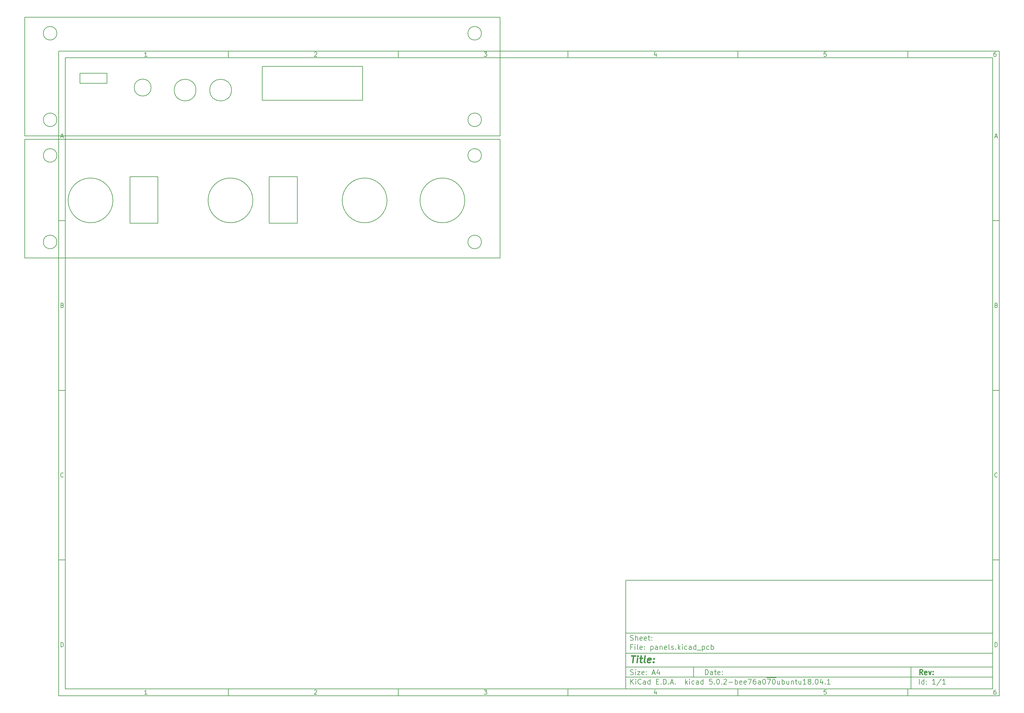
<source format=gm1>
G04 #@! TF.GenerationSoftware,KiCad,Pcbnew,5.0.2-bee76a0~70~ubuntu18.04.1*
G04 #@! TF.CreationDate,2019-02-25T13:42:38+02:00*
G04 #@! TF.ProjectId,panels,70616e65-6c73-42e6-9b69-6361645f7063,rev?*
G04 #@! TF.SameCoordinates,Original*
G04 #@! TF.FileFunction,Profile,NP*
%FSLAX46Y46*%
G04 Gerber Fmt 4.6, Leading zero omitted, Abs format (unit mm)*
G04 Created by KiCad (PCBNEW 5.0.2-bee76a0~70~ubuntu18.04.1) date Mon Feb 25 13:42:38 2019*
%MOMM*%
%LPD*%
G01*
G04 APERTURE LIST*
%ADD10C,0.100000*%
%ADD11C,0.150000*%
%ADD12C,0.300000*%
%ADD13C,0.400000*%
%ADD14C,0.200000*%
G04 APERTURE END LIST*
D10*
D11*
X177002200Y-166007200D02*
X177002200Y-198007200D01*
X285002200Y-198007200D01*
X285002200Y-166007200D01*
X177002200Y-166007200D01*
D10*
D11*
X10000000Y-10000000D02*
X10000000Y-200007200D01*
X287002200Y-200007200D01*
X287002200Y-10000000D01*
X10000000Y-10000000D01*
D10*
D11*
X12000000Y-12000000D02*
X12000000Y-198007200D01*
X285002200Y-198007200D01*
X285002200Y-12000000D01*
X12000000Y-12000000D01*
D10*
D11*
X60000000Y-12000000D02*
X60000000Y-10000000D01*
D10*
D11*
X110000000Y-12000000D02*
X110000000Y-10000000D01*
D10*
D11*
X160000000Y-12000000D02*
X160000000Y-10000000D01*
D10*
D11*
X210000000Y-12000000D02*
X210000000Y-10000000D01*
D10*
D11*
X260000000Y-12000000D02*
X260000000Y-10000000D01*
D10*
D11*
X36065476Y-11588095D02*
X35322619Y-11588095D01*
X35694047Y-11588095D02*
X35694047Y-10288095D01*
X35570238Y-10473809D01*
X35446428Y-10597619D01*
X35322619Y-10659523D01*
D10*
D11*
X85322619Y-10411904D02*
X85384523Y-10350000D01*
X85508333Y-10288095D01*
X85817857Y-10288095D01*
X85941666Y-10350000D01*
X86003571Y-10411904D01*
X86065476Y-10535714D01*
X86065476Y-10659523D01*
X86003571Y-10845238D01*
X85260714Y-11588095D01*
X86065476Y-11588095D01*
D10*
D11*
X135260714Y-10288095D02*
X136065476Y-10288095D01*
X135632142Y-10783333D01*
X135817857Y-10783333D01*
X135941666Y-10845238D01*
X136003571Y-10907142D01*
X136065476Y-11030952D01*
X136065476Y-11340476D01*
X136003571Y-11464285D01*
X135941666Y-11526190D01*
X135817857Y-11588095D01*
X135446428Y-11588095D01*
X135322619Y-11526190D01*
X135260714Y-11464285D01*
D10*
D11*
X185941666Y-10721428D02*
X185941666Y-11588095D01*
X185632142Y-10226190D02*
X185322619Y-11154761D01*
X186127380Y-11154761D01*
D10*
D11*
X236003571Y-10288095D02*
X235384523Y-10288095D01*
X235322619Y-10907142D01*
X235384523Y-10845238D01*
X235508333Y-10783333D01*
X235817857Y-10783333D01*
X235941666Y-10845238D01*
X236003571Y-10907142D01*
X236065476Y-11030952D01*
X236065476Y-11340476D01*
X236003571Y-11464285D01*
X235941666Y-11526190D01*
X235817857Y-11588095D01*
X235508333Y-11588095D01*
X235384523Y-11526190D01*
X235322619Y-11464285D01*
D10*
D11*
X285941666Y-10288095D02*
X285694047Y-10288095D01*
X285570238Y-10350000D01*
X285508333Y-10411904D01*
X285384523Y-10597619D01*
X285322619Y-10845238D01*
X285322619Y-11340476D01*
X285384523Y-11464285D01*
X285446428Y-11526190D01*
X285570238Y-11588095D01*
X285817857Y-11588095D01*
X285941666Y-11526190D01*
X286003571Y-11464285D01*
X286065476Y-11340476D01*
X286065476Y-11030952D01*
X286003571Y-10907142D01*
X285941666Y-10845238D01*
X285817857Y-10783333D01*
X285570238Y-10783333D01*
X285446428Y-10845238D01*
X285384523Y-10907142D01*
X285322619Y-11030952D01*
D10*
D11*
X60000000Y-198007200D02*
X60000000Y-200007200D01*
D10*
D11*
X110000000Y-198007200D02*
X110000000Y-200007200D01*
D10*
D11*
X160000000Y-198007200D02*
X160000000Y-200007200D01*
D10*
D11*
X210000000Y-198007200D02*
X210000000Y-200007200D01*
D10*
D11*
X260000000Y-198007200D02*
X260000000Y-200007200D01*
D10*
D11*
X36065476Y-199595295D02*
X35322619Y-199595295D01*
X35694047Y-199595295D02*
X35694047Y-198295295D01*
X35570238Y-198481009D01*
X35446428Y-198604819D01*
X35322619Y-198666723D01*
D10*
D11*
X85322619Y-198419104D02*
X85384523Y-198357200D01*
X85508333Y-198295295D01*
X85817857Y-198295295D01*
X85941666Y-198357200D01*
X86003571Y-198419104D01*
X86065476Y-198542914D01*
X86065476Y-198666723D01*
X86003571Y-198852438D01*
X85260714Y-199595295D01*
X86065476Y-199595295D01*
D10*
D11*
X135260714Y-198295295D02*
X136065476Y-198295295D01*
X135632142Y-198790533D01*
X135817857Y-198790533D01*
X135941666Y-198852438D01*
X136003571Y-198914342D01*
X136065476Y-199038152D01*
X136065476Y-199347676D01*
X136003571Y-199471485D01*
X135941666Y-199533390D01*
X135817857Y-199595295D01*
X135446428Y-199595295D01*
X135322619Y-199533390D01*
X135260714Y-199471485D01*
D10*
D11*
X185941666Y-198728628D02*
X185941666Y-199595295D01*
X185632142Y-198233390D02*
X185322619Y-199161961D01*
X186127380Y-199161961D01*
D10*
D11*
X236003571Y-198295295D02*
X235384523Y-198295295D01*
X235322619Y-198914342D01*
X235384523Y-198852438D01*
X235508333Y-198790533D01*
X235817857Y-198790533D01*
X235941666Y-198852438D01*
X236003571Y-198914342D01*
X236065476Y-199038152D01*
X236065476Y-199347676D01*
X236003571Y-199471485D01*
X235941666Y-199533390D01*
X235817857Y-199595295D01*
X235508333Y-199595295D01*
X235384523Y-199533390D01*
X235322619Y-199471485D01*
D10*
D11*
X285941666Y-198295295D02*
X285694047Y-198295295D01*
X285570238Y-198357200D01*
X285508333Y-198419104D01*
X285384523Y-198604819D01*
X285322619Y-198852438D01*
X285322619Y-199347676D01*
X285384523Y-199471485D01*
X285446428Y-199533390D01*
X285570238Y-199595295D01*
X285817857Y-199595295D01*
X285941666Y-199533390D01*
X286003571Y-199471485D01*
X286065476Y-199347676D01*
X286065476Y-199038152D01*
X286003571Y-198914342D01*
X285941666Y-198852438D01*
X285817857Y-198790533D01*
X285570238Y-198790533D01*
X285446428Y-198852438D01*
X285384523Y-198914342D01*
X285322619Y-199038152D01*
D10*
D11*
X10000000Y-60000000D02*
X12000000Y-60000000D01*
D10*
D11*
X10000000Y-110000000D02*
X12000000Y-110000000D01*
D10*
D11*
X10000000Y-160000000D02*
X12000000Y-160000000D01*
D10*
D11*
X10690476Y-35216666D02*
X11309523Y-35216666D01*
X10566666Y-35588095D02*
X11000000Y-34288095D01*
X11433333Y-35588095D01*
D10*
D11*
X11092857Y-84907142D02*
X11278571Y-84969047D01*
X11340476Y-85030952D01*
X11402380Y-85154761D01*
X11402380Y-85340476D01*
X11340476Y-85464285D01*
X11278571Y-85526190D01*
X11154761Y-85588095D01*
X10659523Y-85588095D01*
X10659523Y-84288095D01*
X11092857Y-84288095D01*
X11216666Y-84350000D01*
X11278571Y-84411904D01*
X11340476Y-84535714D01*
X11340476Y-84659523D01*
X11278571Y-84783333D01*
X11216666Y-84845238D01*
X11092857Y-84907142D01*
X10659523Y-84907142D01*
D10*
D11*
X11402380Y-135464285D02*
X11340476Y-135526190D01*
X11154761Y-135588095D01*
X11030952Y-135588095D01*
X10845238Y-135526190D01*
X10721428Y-135402380D01*
X10659523Y-135278571D01*
X10597619Y-135030952D01*
X10597619Y-134845238D01*
X10659523Y-134597619D01*
X10721428Y-134473809D01*
X10845238Y-134350000D01*
X11030952Y-134288095D01*
X11154761Y-134288095D01*
X11340476Y-134350000D01*
X11402380Y-134411904D01*
D10*
D11*
X10659523Y-185588095D02*
X10659523Y-184288095D01*
X10969047Y-184288095D01*
X11154761Y-184350000D01*
X11278571Y-184473809D01*
X11340476Y-184597619D01*
X11402380Y-184845238D01*
X11402380Y-185030952D01*
X11340476Y-185278571D01*
X11278571Y-185402380D01*
X11154761Y-185526190D01*
X10969047Y-185588095D01*
X10659523Y-185588095D01*
D10*
D11*
X287002200Y-60000000D02*
X285002200Y-60000000D01*
D10*
D11*
X287002200Y-110000000D02*
X285002200Y-110000000D01*
D10*
D11*
X287002200Y-160000000D02*
X285002200Y-160000000D01*
D10*
D11*
X285692676Y-35216666D02*
X286311723Y-35216666D01*
X285568866Y-35588095D02*
X286002200Y-34288095D01*
X286435533Y-35588095D01*
D10*
D11*
X286095057Y-84907142D02*
X286280771Y-84969047D01*
X286342676Y-85030952D01*
X286404580Y-85154761D01*
X286404580Y-85340476D01*
X286342676Y-85464285D01*
X286280771Y-85526190D01*
X286156961Y-85588095D01*
X285661723Y-85588095D01*
X285661723Y-84288095D01*
X286095057Y-84288095D01*
X286218866Y-84350000D01*
X286280771Y-84411904D01*
X286342676Y-84535714D01*
X286342676Y-84659523D01*
X286280771Y-84783333D01*
X286218866Y-84845238D01*
X286095057Y-84907142D01*
X285661723Y-84907142D01*
D10*
D11*
X286404580Y-135464285D02*
X286342676Y-135526190D01*
X286156961Y-135588095D01*
X286033152Y-135588095D01*
X285847438Y-135526190D01*
X285723628Y-135402380D01*
X285661723Y-135278571D01*
X285599819Y-135030952D01*
X285599819Y-134845238D01*
X285661723Y-134597619D01*
X285723628Y-134473809D01*
X285847438Y-134350000D01*
X286033152Y-134288095D01*
X286156961Y-134288095D01*
X286342676Y-134350000D01*
X286404580Y-134411904D01*
D10*
D11*
X285661723Y-185588095D02*
X285661723Y-184288095D01*
X285971247Y-184288095D01*
X286156961Y-184350000D01*
X286280771Y-184473809D01*
X286342676Y-184597619D01*
X286404580Y-184845238D01*
X286404580Y-185030952D01*
X286342676Y-185278571D01*
X286280771Y-185402380D01*
X286156961Y-185526190D01*
X285971247Y-185588095D01*
X285661723Y-185588095D01*
D10*
D11*
X200434342Y-193785771D02*
X200434342Y-192285771D01*
X200791485Y-192285771D01*
X201005771Y-192357200D01*
X201148628Y-192500057D01*
X201220057Y-192642914D01*
X201291485Y-192928628D01*
X201291485Y-193142914D01*
X201220057Y-193428628D01*
X201148628Y-193571485D01*
X201005771Y-193714342D01*
X200791485Y-193785771D01*
X200434342Y-193785771D01*
X202577200Y-193785771D02*
X202577200Y-193000057D01*
X202505771Y-192857200D01*
X202362914Y-192785771D01*
X202077200Y-192785771D01*
X201934342Y-192857200D01*
X202577200Y-193714342D02*
X202434342Y-193785771D01*
X202077200Y-193785771D01*
X201934342Y-193714342D01*
X201862914Y-193571485D01*
X201862914Y-193428628D01*
X201934342Y-193285771D01*
X202077200Y-193214342D01*
X202434342Y-193214342D01*
X202577200Y-193142914D01*
X203077200Y-192785771D02*
X203648628Y-192785771D01*
X203291485Y-192285771D02*
X203291485Y-193571485D01*
X203362914Y-193714342D01*
X203505771Y-193785771D01*
X203648628Y-193785771D01*
X204720057Y-193714342D02*
X204577200Y-193785771D01*
X204291485Y-193785771D01*
X204148628Y-193714342D01*
X204077200Y-193571485D01*
X204077200Y-193000057D01*
X204148628Y-192857200D01*
X204291485Y-192785771D01*
X204577200Y-192785771D01*
X204720057Y-192857200D01*
X204791485Y-193000057D01*
X204791485Y-193142914D01*
X204077200Y-193285771D01*
X205434342Y-193642914D02*
X205505771Y-193714342D01*
X205434342Y-193785771D01*
X205362914Y-193714342D01*
X205434342Y-193642914D01*
X205434342Y-193785771D01*
X205434342Y-192857200D02*
X205505771Y-192928628D01*
X205434342Y-193000057D01*
X205362914Y-192928628D01*
X205434342Y-192857200D01*
X205434342Y-193000057D01*
D10*
D11*
X177002200Y-194507200D02*
X285002200Y-194507200D01*
D10*
D11*
X178434342Y-196585771D02*
X178434342Y-195085771D01*
X179291485Y-196585771D02*
X178648628Y-195728628D01*
X179291485Y-195085771D02*
X178434342Y-195942914D01*
X179934342Y-196585771D02*
X179934342Y-195585771D01*
X179934342Y-195085771D02*
X179862914Y-195157200D01*
X179934342Y-195228628D01*
X180005771Y-195157200D01*
X179934342Y-195085771D01*
X179934342Y-195228628D01*
X181505771Y-196442914D02*
X181434342Y-196514342D01*
X181220057Y-196585771D01*
X181077200Y-196585771D01*
X180862914Y-196514342D01*
X180720057Y-196371485D01*
X180648628Y-196228628D01*
X180577200Y-195942914D01*
X180577200Y-195728628D01*
X180648628Y-195442914D01*
X180720057Y-195300057D01*
X180862914Y-195157200D01*
X181077200Y-195085771D01*
X181220057Y-195085771D01*
X181434342Y-195157200D01*
X181505771Y-195228628D01*
X182791485Y-196585771D02*
X182791485Y-195800057D01*
X182720057Y-195657200D01*
X182577200Y-195585771D01*
X182291485Y-195585771D01*
X182148628Y-195657200D01*
X182791485Y-196514342D02*
X182648628Y-196585771D01*
X182291485Y-196585771D01*
X182148628Y-196514342D01*
X182077200Y-196371485D01*
X182077200Y-196228628D01*
X182148628Y-196085771D01*
X182291485Y-196014342D01*
X182648628Y-196014342D01*
X182791485Y-195942914D01*
X184148628Y-196585771D02*
X184148628Y-195085771D01*
X184148628Y-196514342D02*
X184005771Y-196585771D01*
X183720057Y-196585771D01*
X183577200Y-196514342D01*
X183505771Y-196442914D01*
X183434342Y-196300057D01*
X183434342Y-195871485D01*
X183505771Y-195728628D01*
X183577200Y-195657200D01*
X183720057Y-195585771D01*
X184005771Y-195585771D01*
X184148628Y-195657200D01*
X186005771Y-195800057D02*
X186505771Y-195800057D01*
X186720057Y-196585771D02*
X186005771Y-196585771D01*
X186005771Y-195085771D01*
X186720057Y-195085771D01*
X187362914Y-196442914D02*
X187434342Y-196514342D01*
X187362914Y-196585771D01*
X187291485Y-196514342D01*
X187362914Y-196442914D01*
X187362914Y-196585771D01*
X188077200Y-196585771D02*
X188077200Y-195085771D01*
X188434342Y-195085771D01*
X188648628Y-195157200D01*
X188791485Y-195300057D01*
X188862914Y-195442914D01*
X188934342Y-195728628D01*
X188934342Y-195942914D01*
X188862914Y-196228628D01*
X188791485Y-196371485D01*
X188648628Y-196514342D01*
X188434342Y-196585771D01*
X188077200Y-196585771D01*
X189577200Y-196442914D02*
X189648628Y-196514342D01*
X189577200Y-196585771D01*
X189505771Y-196514342D01*
X189577200Y-196442914D01*
X189577200Y-196585771D01*
X190220057Y-196157200D02*
X190934342Y-196157200D01*
X190077200Y-196585771D02*
X190577200Y-195085771D01*
X191077200Y-196585771D01*
X191577200Y-196442914D02*
X191648628Y-196514342D01*
X191577200Y-196585771D01*
X191505771Y-196514342D01*
X191577200Y-196442914D01*
X191577200Y-196585771D01*
X194577200Y-196585771D02*
X194577200Y-195085771D01*
X194720057Y-196014342D02*
X195148628Y-196585771D01*
X195148628Y-195585771D02*
X194577200Y-196157200D01*
X195791485Y-196585771D02*
X195791485Y-195585771D01*
X195791485Y-195085771D02*
X195720057Y-195157200D01*
X195791485Y-195228628D01*
X195862914Y-195157200D01*
X195791485Y-195085771D01*
X195791485Y-195228628D01*
X197148628Y-196514342D02*
X197005771Y-196585771D01*
X196720057Y-196585771D01*
X196577200Y-196514342D01*
X196505771Y-196442914D01*
X196434342Y-196300057D01*
X196434342Y-195871485D01*
X196505771Y-195728628D01*
X196577200Y-195657200D01*
X196720057Y-195585771D01*
X197005771Y-195585771D01*
X197148628Y-195657200D01*
X198434342Y-196585771D02*
X198434342Y-195800057D01*
X198362914Y-195657200D01*
X198220057Y-195585771D01*
X197934342Y-195585771D01*
X197791485Y-195657200D01*
X198434342Y-196514342D02*
X198291485Y-196585771D01*
X197934342Y-196585771D01*
X197791485Y-196514342D01*
X197720057Y-196371485D01*
X197720057Y-196228628D01*
X197791485Y-196085771D01*
X197934342Y-196014342D01*
X198291485Y-196014342D01*
X198434342Y-195942914D01*
X199791485Y-196585771D02*
X199791485Y-195085771D01*
X199791485Y-196514342D02*
X199648628Y-196585771D01*
X199362914Y-196585771D01*
X199220057Y-196514342D01*
X199148628Y-196442914D01*
X199077200Y-196300057D01*
X199077200Y-195871485D01*
X199148628Y-195728628D01*
X199220057Y-195657200D01*
X199362914Y-195585771D01*
X199648628Y-195585771D01*
X199791485Y-195657200D01*
X202362914Y-195085771D02*
X201648628Y-195085771D01*
X201577200Y-195800057D01*
X201648628Y-195728628D01*
X201791485Y-195657200D01*
X202148628Y-195657200D01*
X202291485Y-195728628D01*
X202362914Y-195800057D01*
X202434342Y-195942914D01*
X202434342Y-196300057D01*
X202362914Y-196442914D01*
X202291485Y-196514342D01*
X202148628Y-196585771D01*
X201791485Y-196585771D01*
X201648628Y-196514342D01*
X201577200Y-196442914D01*
X203077200Y-196442914D02*
X203148628Y-196514342D01*
X203077200Y-196585771D01*
X203005771Y-196514342D01*
X203077200Y-196442914D01*
X203077200Y-196585771D01*
X204077200Y-195085771D02*
X204220057Y-195085771D01*
X204362914Y-195157200D01*
X204434342Y-195228628D01*
X204505771Y-195371485D01*
X204577200Y-195657200D01*
X204577200Y-196014342D01*
X204505771Y-196300057D01*
X204434342Y-196442914D01*
X204362914Y-196514342D01*
X204220057Y-196585771D01*
X204077200Y-196585771D01*
X203934342Y-196514342D01*
X203862914Y-196442914D01*
X203791485Y-196300057D01*
X203720057Y-196014342D01*
X203720057Y-195657200D01*
X203791485Y-195371485D01*
X203862914Y-195228628D01*
X203934342Y-195157200D01*
X204077200Y-195085771D01*
X205220057Y-196442914D02*
X205291485Y-196514342D01*
X205220057Y-196585771D01*
X205148628Y-196514342D01*
X205220057Y-196442914D01*
X205220057Y-196585771D01*
X205862914Y-195228628D02*
X205934342Y-195157200D01*
X206077200Y-195085771D01*
X206434342Y-195085771D01*
X206577200Y-195157200D01*
X206648628Y-195228628D01*
X206720057Y-195371485D01*
X206720057Y-195514342D01*
X206648628Y-195728628D01*
X205791485Y-196585771D01*
X206720057Y-196585771D01*
X207362914Y-196014342D02*
X208505771Y-196014342D01*
X209220057Y-196585771D02*
X209220057Y-195085771D01*
X209220057Y-195657200D02*
X209362914Y-195585771D01*
X209648628Y-195585771D01*
X209791485Y-195657200D01*
X209862914Y-195728628D01*
X209934342Y-195871485D01*
X209934342Y-196300057D01*
X209862914Y-196442914D01*
X209791485Y-196514342D01*
X209648628Y-196585771D01*
X209362914Y-196585771D01*
X209220057Y-196514342D01*
X211148628Y-196514342D02*
X211005771Y-196585771D01*
X210720057Y-196585771D01*
X210577200Y-196514342D01*
X210505771Y-196371485D01*
X210505771Y-195800057D01*
X210577200Y-195657200D01*
X210720057Y-195585771D01*
X211005771Y-195585771D01*
X211148628Y-195657200D01*
X211220057Y-195800057D01*
X211220057Y-195942914D01*
X210505771Y-196085771D01*
X212434342Y-196514342D02*
X212291485Y-196585771D01*
X212005771Y-196585771D01*
X211862914Y-196514342D01*
X211791485Y-196371485D01*
X211791485Y-195800057D01*
X211862914Y-195657200D01*
X212005771Y-195585771D01*
X212291485Y-195585771D01*
X212434342Y-195657200D01*
X212505771Y-195800057D01*
X212505771Y-195942914D01*
X211791485Y-196085771D01*
X213005771Y-195085771D02*
X214005771Y-195085771D01*
X213362914Y-196585771D01*
X215220057Y-195085771D02*
X214934342Y-195085771D01*
X214791485Y-195157200D01*
X214720057Y-195228628D01*
X214577200Y-195442914D01*
X214505771Y-195728628D01*
X214505771Y-196300057D01*
X214577200Y-196442914D01*
X214648628Y-196514342D01*
X214791485Y-196585771D01*
X215077200Y-196585771D01*
X215220057Y-196514342D01*
X215291485Y-196442914D01*
X215362914Y-196300057D01*
X215362914Y-195942914D01*
X215291485Y-195800057D01*
X215220057Y-195728628D01*
X215077200Y-195657200D01*
X214791485Y-195657200D01*
X214648628Y-195728628D01*
X214577200Y-195800057D01*
X214505771Y-195942914D01*
X216648628Y-196585771D02*
X216648628Y-195800057D01*
X216577200Y-195657200D01*
X216434342Y-195585771D01*
X216148628Y-195585771D01*
X216005771Y-195657200D01*
X216648628Y-196514342D02*
X216505771Y-196585771D01*
X216148628Y-196585771D01*
X216005771Y-196514342D01*
X215934342Y-196371485D01*
X215934342Y-196228628D01*
X216005771Y-196085771D01*
X216148628Y-196014342D01*
X216505771Y-196014342D01*
X216648628Y-195942914D01*
X217648628Y-195085771D02*
X217791485Y-195085771D01*
X217934342Y-195157200D01*
X218005771Y-195228628D01*
X218077200Y-195371485D01*
X218148628Y-195657200D01*
X218148628Y-196014342D01*
X218077200Y-196300057D01*
X218005771Y-196442914D01*
X217934342Y-196514342D01*
X217791485Y-196585771D01*
X217648628Y-196585771D01*
X217505771Y-196514342D01*
X217434342Y-196442914D01*
X217362914Y-196300057D01*
X217291485Y-196014342D01*
X217291485Y-195657200D01*
X217362914Y-195371485D01*
X217434342Y-195228628D01*
X217505771Y-195157200D01*
X217648628Y-195085771D01*
X218434342Y-194677200D02*
X219862914Y-194677200D01*
X218648628Y-195085771D02*
X219648628Y-195085771D01*
X219005771Y-196585771D01*
X219862914Y-194677200D02*
X221291485Y-194677200D01*
X220505771Y-195085771D02*
X220648628Y-195085771D01*
X220791485Y-195157200D01*
X220862914Y-195228628D01*
X220934342Y-195371485D01*
X221005771Y-195657200D01*
X221005771Y-196014342D01*
X220934342Y-196300057D01*
X220862914Y-196442914D01*
X220791485Y-196514342D01*
X220648628Y-196585771D01*
X220505771Y-196585771D01*
X220362914Y-196514342D01*
X220291485Y-196442914D01*
X220220057Y-196300057D01*
X220148628Y-196014342D01*
X220148628Y-195657200D01*
X220220057Y-195371485D01*
X220291485Y-195228628D01*
X220362914Y-195157200D01*
X220505771Y-195085771D01*
X222291485Y-195585771D02*
X222291485Y-196585771D01*
X221648628Y-195585771D02*
X221648628Y-196371485D01*
X221720057Y-196514342D01*
X221862914Y-196585771D01*
X222077200Y-196585771D01*
X222220057Y-196514342D01*
X222291485Y-196442914D01*
X223005771Y-196585771D02*
X223005771Y-195085771D01*
X223005771Y-195657200D02*
X223148628Y-195585771D01*
X223434342Y-195585771D01*
X223577200Y-195657200D01*
X223648628Y-195728628D01*
X223720057Y-195871485D01*
X223720057Y-196300057D01*
X223648628Y-196442914D01*
X223577200Y-196514342D01*
X223434342Y-196585771D01*
X223148628Y-196585771D01*
X223005771Y-196514342D01*
X225005771Y-195585771D02*
X225005771Y-196585771D01*
X224362914Y-195585771D02*
X224362914Y-196371485D01*
X224434342Y-196514342D01*
X224577200Y-196585771D01*
X224791485Y-196585771D01*
X224934342Y-196514342D01*
X225005771Y-196442914D01*
X225720057Y-195585771D02*
X225720057Y-196585771D01*
X225720057Y-195728628D02*
X225791485Y-195657200D01*
X225934342Y-195585771D01*
X226148628Y-195585771D01*
X226291485Y-195657200D01*
X226362914Y-195800057D01*
X226362914Y-196585771D01*
X226862914Y-195585771D02*
X227434342Y-195585771D01*
X227077200Y-195085771D02*
X227077200Y-196371485D01*
X227148628Y-196514342D01*
X227291485Y-196585771D01*
X227434342Y-196585771D01*
X228577200Y-195585771D02*
X228577200Y-196585771D01*
X227934342Y-195585771D02*
X227934342Y-196371485D01*
X228005771Y-196514342D01*
X228148628Y-196585771D01*
X228362914Y-196585771D01*
X228505771Y-196514342D01*
X228577200Y-196442914D01*
X230077200Y-196585771D02*
X229220057Y-196585771D01*
X229648628Y-196585771D02*
X229648628Y-195085771D01*
X229505771Y-195300057D01*
X229362914Y-195442914D01*
X229220057Y-195514342D01*
X230934342Y-195728628D02*
X230791485Y-195657200D01*
X230720057Y-195585771D01*
X230648628Y-195442914D01*
X230648628Y-195371485D01*
X230720057Y-195228628D01*
X230791485Y-195157200D01*
X230934342Y-195085771D01*
X231220057Y-195085771D01*
X231362914Y-195157200D01*
X231434342Y-195228628D01*
X231505771Y-195371485D01*
X231505771Y-195442914D01*
X231434342Y-195585771D01*
X231362914Y-195657200D01*
X231220057Y-195728628D01*
X230934342Y-195728628D01*
X230791485Y-195800057D01*
X230720057Y-195871485D01*
X230648628Y-196014342D01*
X230648628Y-196300057D01*
X230720057Y-196442914D01*
X230791485Y-196514342D01*
X230934342Y-196585771D01*
X231220057Y-196585771D01*
X231362914Y-196514342D01*
X231434342Y-196442914D01*
X231505771Y-196300057D01*
X231505771Y-196014342D01*
X231434342Y-195871485D01*
X231362914Y-195800057D01*
X231220057Y-195728628D01*
X232148628Y-196442914D02*
X232220057Y-196514342D01*
X232148628Y-196585771D01*
X232077200Y-196514342D01*
X232148628Y-196442914D01*
X232148628Y-196585771D01*
X233148628Y-195085771D02*
X233291485Y-195085771D01*
X233434342Y-195157200D01*
X233505771Y-195228628D01*
X233577200Y-195371485D01*
X233648628Y-195657200D01*
X233648628Y-196014342D01*
X233577200Y-196300057D01*
X233505771Y-196442914D01*
X233434342Y-196514342D01*
X233291485Y-196585771D01*
X233148628Y-196585771D01*
X233005771Y-196514342D01*
X232934342Y-196442914D01*
X232862914Y-196300057D01*
X232791485Y-196014342D01*
X232791485Y-195657200D01*
X232862914Y-195371485D01*
X232934342Y-195228628D01*
X233005771Y-195157200D01*
X233148628Y-195085771D01*
X234934342Y-195585771D02*
X234934342Y-196585771D01*
X234577200Y-195014342D02*
X234220057Y-196085771D01*
X235148628Y-196085771D01*
X235720057Y-196442914D02*
X235791485Y-196514342D01*
X235720057Y-196585771D01*
X235648628Y-196514342D01*
X235720057Y-196442914D01*
X235720057Y-196585771D01*
X237220057Y-196585771D02*
X236362914Y-196585771D01*
X236791485Y-196585771D02*
X236791485Y-195085771D01*
X236648628Y-195300057D01*
X236505771Y-195442914D01*
X236362914Y-195514342D01*
D10*
D11*
X177002200Y-191507200D02*
X285002200Y-191507200D01*
D10*
D12*
X264411485Y-193785771D02*
X263911485Y-193071485D01*
X263554342Y-193785771D02*
X263554342Y-192285771D01*
X264125771Y-192285771D01*
X264268628Y-192357200D01*
X264340057Y-192428628D01*
X264411485Y-192571485D01*
X264411485Y-192785771D01*
X264340057Y-192928628D01*
X264268628Y-193000057D01*
X264125771Y-193071485D01*
X263554342Y-193071485D01*
X265625771Y-193714342D02*
X265482914Y-193785771D01*
X265197200Y-193785771D01*
X265054342Y-193714342D01*
X264982914Y-193571485D01*
X264982914Y-193000057D01*
X265054342Y-192857200D01*
X265197200Y-192785771D01*
X265482914Y-192785771D01*
X265625771Y-192857200D01*
X265697200Y-193000057D01*
X265697200Y-193142914D01*
X264982914Y-193285771D01*
X266197200Y-192785771D02*
X266554342Y-193785771D01*
X266911485Y-192785771D01*
X267482914Y-193642914D02*
X267554342Y-193714342D01*
X267482914Y-193785771D01*
X267411485Y-193714342D01*
X267482914Y-193642914D01*
X267482914Y-193785771D01*
X267482914Y-192857200D02*
X267554342Y-192928628D01*
X267482914Y-193000057D01*
X267411485Y-192928628D01*
X267482914Y-192857200D01*
X267482914Y-193000057D01*
D10*
D11*
X178362914Y-193714342D02*
X178577200Y-193785771D01*
X178934342Y-193785771D01*
X179077200Y-193714342D01*
X179148628Y-193642914D01*
X179220057Y-193500057D01*
X179220057Y-193357200D01*
X179148628Y-193214342D01*
X179077200Y-193142914D01*
X178934342Y-193071485D01*
X178648628Y-193000057D01*
X178505771Y-192928628D01*
X178434342Y-192857200D01*
X178362914Y-192714342D01*
X178362914Y-192571485D01*
X178434342Y-192428628D01*
X178505771Y-192357200D01*
X178648628Y-192285771D01*
X179005771Y-192285771D01*
X179220057Y-192357200D01*
X179862914Y-193785771D02*
X179862914Y-192785771D01*
X179862914Y-192285771D02*
X179791485Y-192357200D01*
X179862914Y-192428628D01*
X179934342Y-192357200D01*
X179862914Y-192285771D01*
X179862914Y-192428628D01*
X180434342Y-192785771D02*
X181220057Y-192785771D01*
X180434342Y-193785771D01*
X181220057Y-193785771D01*
X182362914Y-193714342D02*
X182220057Y-193785771D01*
X181934342Y-193785771D01*
X181791485Y-193714342D01*
X181720057Y-193571485D01*
X181720057Y-193000057D01*
X181791485Y-192857200D01*
X181934342Y-192785771D01*
X182220057Y-192785771D01*
X182362914Y-192857200D01*
X182434342Y-193000057D01*
X182434342Y-193142914D01*
X181720057Y-193285771D01*
X183077200Y-193642914D02*
X183148628Y-193714342D01*
X183077200Y-193785771D01*
X183005771Y-193714342D01*
X183077200Y-193642914D01*
X183077200Y-193785771D01*
X183077200Y-192857200D02*
X183148628Y-192928628D01*
X183077200Y-193000057D01*
X183005771Y-192928628D01*
X183077200Y-192857200D01*
X183077200Y-193000057D01*
X184862914Y-193357200D02*
X185577200Y-193357200D01*
X184720057Y-193785771D02*
X185220057Y-192285771D01*
X185720057Y-193785771D01*
X186862914Y-192785771D02*
X186862914Y-193785771D01*
X186505771Y-192214342D02*
X186148628Y-193285771D01*
X187077200Y-193285771D01*
D10*
D11*
X263434342Y-196585771D02*
X263434342Y-195085771D01*
X264791485Y-196585771D02*
X264791485Y-195085771D01*
X264791485Y-196514342D02*
X264648628Y-196585771D01*
X264362914Y-196585771D01*
X264220057Y-196514342D01*
X264148628Y-196442914D01*
X264077200Y-196300057D01*
X264077200Y-195871485D01*
X264148628Y-195728628D01*
X264220057Y-195657200D01*
X264362914Y-195585771D01*
X264648628Y-195585771D01*
X264791485Y-195657200D01*
X265505771Y-196442914D02*
X265577200Y-196514342D01*
X265505771Y-196585771D01*
X265434342Y-196514342D01*
X265505771Y-196442914D01*
X265505771Y-196585771D01*
X265505771Y-195657200D02*
X265577200Y-195728628D01*
X265505771Y-195800057D01*
X265434342Y-195728628D01*
X265505771Y-195657200D01*
X265505771Y-195800057D01*
X268148628Y-196585771D02*
X267291485Y-196585771D01*
X267720057Y-196585771D02*
X267720057Y-195085771D01*
X267577200Y-195300057D01*
X267434342Y-195442914D01*
X267291485Y-195514342D01*
X269862914Y-195014342D02*
X268577200Y-196942914D01*
X271148628Y-196585771D02*
X270291485Y-196585771D01*
X270720057Y-196585771D02*
X270720057Y-195085771D01*
X270577200Y-195300057D01*
X270434342Y-195442914D01*
X270291485Y-195514342D01*
D10*
D11*
X177002200Y-187507200D02*
X285002200Y-187507200D01*
D10*
D13*
X178714580Y-188211961D02*
X179857438Y-188211961D01*
X179036009Y-190211961D02*
X179286009Y-188211961D01*
X180274104Y-190211961D02*
X180440771Y-188878628D01*
X180524104Y-188211961D02*
X180416961Y-188307200D01*
X180500295Y-188402438D01*
X180607438Y-188307200D01*
X180524104Y-188211961D01*
X180500295Y-188402438D01*
X181107438Y-188878628D02*
X181869342Y-188878628D01*
X181476485Y-188211961D02*
X181262200Y-189926247D01*
X181333628Y-190116723D01*
X181512200Y-190211961D01*
X181702676Y-190211961D01*
X182655057Y-190211961D02*
X182476485Y-190116723D01*
X182405057Y-189926247D01*
X182619342Y-188211961D01*
X184190771Y-190116723D02*
X183988390Y-190211961D01*
X183607438Y-190211961D01*
X183428866Y-190116723D01*
X183357438Y-189926247D01*
X183452676Y-189164342D01*
X183571723Y-188973866D01*
X183774104Y-188878628D01*
X184155057Y-188878628D01*
X184333628Y-188973866D01*
X184405057Y-189164342D01*
X184381247Y-189354819D01*
X183405057Y-189545295D01*
X185155057Y-190021485D02*
X185238390Y-190116723D01*
X185131247Y-190211961D01*
X185047914Y-190116723D01*
X185155057Y-190021485D01*
X185131247Y-190211961D01*
X185286009Y-188973866D02*
X185369342Y-189069104D01*
X185262200Y-189164342D01*
X185178866Y-189069104D01*
X185286009Y-188973866D01*
X185262200Y-189164342D01*
D10*
D11*
X178934342Y-185600057D02*
X178434342Y-185600057D01*
X178434342Y-186385771D02*
X178434342Y-184885771D01*
X179148628Y-184885771D01*
X179720057Y-186385771D02*
X179720057Y-185385771D01*
X179720057Y-184885771D02*
X179648628Y-184957200D01*
X179720057Y-185028628D01*
X179791485Y-184957200D01*
X179720057Y-184885771D01*
X179720057Y-185028628D01*
X180648628Y-186385771D02*
X180505771Y-186314342D01*
X180434342Y-186171485D01*
X180434342Y-184885771D01*
X181791485Y-186314342D02*
X181648628Y-186385771D01*
X181362914Y-186385771D01*
X181220057Y-186314342D01*
X181148628Y-186171485D01*
X181148628Y-185600057D01*
X181220057Y-185457200D01*
X181362914Y-185385771D01*
X181648628Y-185385771D01*
X181791485Y-185457200D01*
X181862914Y-185600057D01*
X181862914Y-185742914D01*
X181148628Y-185885771D01*
X182505771Y-186242914D02*
X182577200Y-186314342D01*
X182505771Y-186385771D01*
X182434342Y-186314342D01*
X182505771Y-186242914D01*
X182505771Y-186385771D01*
X182505771Y-185457200D02*
X182577200Y-185528628D01*
X182505771Y-185600057D01*
X182434342Y-185528628D01*
X182505771Y-185457200D01*
X182505771Y-185600057D01*
X184362914Y-185385771D02*
X184362914Y-186885771D01*
X184362914Y-185457200D02*
X184505771Y-185385771D01*
X184791485Y-185385771D01*
X184934342Y-185457200D01*
X185005771Y-185528628D01*
X185077200Y-185671485D01*
X185077200Y-186100057D01*
X185005771Y-186242914D01*
X184934342Y-186314342D01*
X184791485Y-186385771D01*
X184505771Y-186385771D01*
X184362914Y-186314342D01*
X186362914Y-186385771D02*
X186362914Y-185600057D01*
X186291485Y-185457200D01*
X186148628Y-185385771D01*
X185862914Y-185385771D01*
X185720057Y-185457200D01*
X186362914Y-186314342D02*
X186220057Y-186385771D01*
X185862914Y-186385771D01*
X185720057Y-186314342D01*
X185648628Y-186171485D01*
X185648628Y-186028628D01*
X185720057Y-185885771D01*
X185862914Y-185814342D01*
X186220057Y-185814342D01*
X186362914Y-185742914D01*
X187077200Y-185385771D02*
X187077200Y-186385771D01*
X187077200Y-185528628D02*
X187148628Y-185457200D01*
X187291485Y-185385771D01*
X187505771Y-185385771D01*
X187648628Y-185457200D01*
X187720057Y-185600057D01*
X187720057Y-186385771D01*
X189005771Y-186314342D02*
X188862914Y-186385771D01*
X188577200Y-186385771D01*
X188434342Y-186314342D01*
X188362914Y-186171485D01*
X188362914Y-185600057D01*
X188434342Y-185457200D01*
X188577200Y-185385771D01*
X188862914Y-185385771D01*
X189005771Y-185457200D01*
X189077200Y-185600057D01*
X189077200Y-185742914D01*
X188362914Y-185885771D01*
X189934342Y-186385771D02*
X189791485Y-186314342D01*
X189720057Y-186171485D01*
X189720057Y-184885771D01*
X190434342Y-186314342D02*
X190577200Y-186385771D01*
X190862914Y-186385771D01*
X191005771Y-186314342D01*
X191077200Y-186171485D01*
X191077200Y-186100057D01*
X191005771Y-185957200D01*
X190862914Y-185885771D01*
X190648628Y-185885771D01*
X190505771Y-185814342D01*
X190434342Y-185671485D01*
X190434342Y-185600057D01*
X190505771Y-185457200D01*
X190648628Y-185385771D01*
X190862914Y-185385771D01*
X191005771Y-185457200D01*
X191720057Y-186242914D02*
X191791485Y-186314342D01*
X191720057Y-186385771D01*
X191648628Y-186314342D01*
X191720057Y-186242914D01*
X191720057Y-186385771D01*
X192434342Y-186385771D02*
X192434342Y-184885771D01*
X192577200Y-185814342D02*
X193005771Y-186385771D01*
X193005771Y-185385771D02*
X192434342Y-185957200D01*
X193648628Y-186385771D02*
X193648628Y-185385771D01*
X193648628Y-184885771D02*
X193577200Y-184957200D01*
X193648628Y-185028628D01*
X193720057Y-184957200D01*
X193648628Y-184885771D01*
X193648628Y-185028628D01*
X195005771Y-186314342D02*
X194862914Y-186385771D01*
X194577200Y-186385771D01*
X194434342Y-186314342D01*
X194362914Y-186242914D01*
X194291485Y-186100057D01*
X194291485Y-185671485D01*
X194362914Y-185528628D01*
X194434342Y-185457200D01*
X194577200Y-185385771D01*
X194862914Y-185385771D01*
X195005771Y-185457200D01*
X196291485Y-186385771D02*
X196291485Y-185600057D01*
X196220057Y-185457200D01*
X196077200Y-185385771D01*
X195791485Y-185385771D01*
X195648628Y-185457200D01*
X196291485Y-186314342D02*
X196148628Y-186385771D01*
X195791485Y-186385771D01*
X195648628Y-186314342D01*
X195577200Y-186171485D01*
X195577200Y-186028628D01*
X195648628Y-185885771D01*
X195791485Y-185814342D01*
X196148628Y-185814342D01*
X196291485Y-185742914D01*
X197648628Y-186385771D02*
X197648628Y-184885771D01*
X197648628Y-186314342D02*
X197505771Y-186385771D01*
X197220057Y-186385771D01*
X197077200Y-186314342D01*
X197005771Y-186242914D01*
X196934342Y-186100057D01*
X196934342Y-185671485D01*
X197005771Y-185528628D01*
X197077200Y-185457200D01*
X197220057Y-185385771D01*
X197505771Y-185385771D01*
X197648628Y-185457200D01*
X198005771Y-186528628D02*
X199148628Y-186528628D01*
X199505771Y-185385771D02*
X199505771Y-186885771D01*
X199505771Y-185457200D02*
X199648628Y-185385771D01*
X199934342Y-185385771D01*
X200077200Y-185457200D01*
X200148628Y-185528628D01*
X200220057Y-185671485D01*
X200220057Y-186100057D01*
X200148628Y-186242914D01*
X200077200Y-186314342D01*
X199934342Y-186385771D01*
X199648628Y-186385771D01*
X199505771Y-186314342D01*
X201505771Y-186314342D02*
X201362914Y-186385771D01*
X201077200Y-186385771D01*
X200934342Y-186314342D01*
X200862914Y-186242914D01*
X200791485Y-186100057D01*
X200791485Y-185671485D01*
X200862914Y-185528628D01*
X200934342Y-185457200D01*
X201077200Y-185385771D01*
X201362914Y-185385771D01*
X201505771Y-185457200D01*
X202148628Y-186385771D02*
X202148628Y-184885771D01*
X202148628Y-185457200D02*
X202291485Y-185385771D01*
X202577200Y-185385771D01*
X202720057Y-185457200D01*
X202791485Y-185528628D01*
X202862914Y-185671485D01*
X202862914Y-186100057D01*
X202791485Y-186242914D01*
X202720057Y-186314342D01*
X202577200Y-186385771D01*
X202291485Y-186385771D01*
X202148628Y-186314342D01*
D10*
D11*
X177002200Y-181507200D02*
X285002200Y-181507200D01*
D10*
D11*
X178362914Y-183614342D02*
X178577200Y-183685771D01*
X178934342Y-183685771D01*
X179077200Y-183614342D01*
X179148628Y-183542914D01*
X179220057Y-183400057D01*
X179220057Y-183257200D01*
X179148628Y-183114342D01*
X179077200Y-183042914D01*
X178934342Y-182971485D01*
X178648628Y-182900057D01*
X178505771Y-182828628D01*
X178434342Y-182757200D01*
X178362914Y-182614342D01*
X178362914Y-182471485D01*
X178434342Y-182328628D01*
X178505771Y-182257200D01*
X178648628Y-182185771D01*
X179005771Y-182185771D01*
X179220057Y-182257200D01*
X179862914Y-183685771D02*
X179862914Y-182185771D01*
X180505771Y-183685771D02*
X180505771Y-182900057D01*
X180434342Y-182757200D01*
X180291485Y-182685771D01*
X180077200Y-182685771D01*
X179934342Y-182757200D01*
X179862914Y-182828628D01*
X181791485Y-183614342D02*
X181648628Y-183685771D01*
X181362914Y-183685771D01*
X181220057Y-183614342D01*
X181148628Y-183471485D01*
X181148628Y-182900057D01*
X181220057Y-182757200D01*
X181362914Y-182685771D01*
X181648628Y-182685771D01*
X181791485Y-182757200D01*
X181862914Y-182900057D01*
X181862914Y-183042914D01*
X181148628Y-183185771D01*
X183077200Y-183614342D02*
X182934342Y-183685771D01*
X182648628Y-183685771D01*
X182505771Y-183614342D01*
X182434342Y-183471485D01*
X182434342Y-182900057D01*
X182505771Y-182757200D01*
X182648628Y-182685771D01*
X182934342Y-182685771D01*
X183077200Y-182757200D01*
X183148628Y-182900057D01*
X183148628Y-183042914D01*
X182434342Y-183185771D01*
X183577200Y-182685771D02*
X184148628Y-182685771D01*
X183791485Y-182185771D02*
X183791485Y-183471485D01*
X183862914Y-183614342D01*
X184005771Y-183685771D01*
X184148628Y-183685771D01*
X184648628Y-183542914D02*
X184720057Y-183614342D01*
X184648628Y-183685771D01*
X184577200Y-183614342D01*
X184648628Y-183542914D01*
X184648628Y-183685771D01*
X184648628Y-182757200D02*
X184720057Y-182828628D01*
X184648628Y-182900057D01*
X184577200Y-182828628D01*
X184648628Y-182757200D01*
X184648628Y-182900057D01*
D10*
D11*
X197002200Y-191507200D02*
X197002200Y-194507200D01*
D10*
D11*
X261002200Y-191507200D02*
X261002200Y-198007200D01*
D14*
X37250000Y-20750000D02*
G75*
G03X37250000Y-20750000I-2500000J0D01*
G01*
X70000000Y-14500000D02*
X99500000Y-14500000D01*
X99500000Y-24500000D02*
X70000000Y-24500000D01*
X70000000Y-24500000D02*
X70000000Y-14500000D01*
X99500000Y-14500000D02*
X99500000Y-24500000D01*
X60900000Y-21500000D02*
G75*
G03X60900000Y-21500000I-3200000J0D01*
G01*
X50450000Y-21500000D02*
G75*
G03X50450000Y-21500000I-3200000J0D01*
G01*
X16250000Y-16500000D02*
X24250000Y-16500000D01*
X24250000Y-19500000D02*
X24250000Y-16500000D01*
X16250000Y-19500000D02*
X24250000Y-19500000D01*
X16250000Y-16500000D02*
X16250000Y-19500000D01*
X134500000Y-66250000D02*
G75*
G03X134500000Y-66250000I-2000000J0D01*
G01*
D11*
X0Y-71000000D02*
X0Y-36000000D01*
X0Y-36000000D02*
X140000000Y-36000000D01*
X140000000Y-71000000D02*
X0Y-71000000D01*
D14*
X80250000Y-60750000D02*
X72000000Y-60750000D01*
X67200000Y-54000000D02*
G75*
G03X67200000Y-54000000I-6600000J0D01*
G01*
X31000000Y-47000000D02*
X39250000Y-47000000D01*
X80250000Y-47000000D02*
X80250000Y-60750000D01*
X9500000Y-40750000D02*
G75*
G03X9500000Y-40750000I-2000000J0D01*
G01*
X106700000Y-54000000D02*
G75*
G03X106700000Y-54000000I-6600000J0D01*
G01*
X129600000Y-54000000D02*
G75*
G03X129600000Y-54000000I-6600000J0D01*
G01*
D11*
X140000000Y-36000000D02*
X140000000Y-71000000D01*
D14*
X39250000Y-60750000D02*
X31000000Y-60750000D01*
X72000000Y-47000000D02*
X80250000Y-47000000D01*
X39250000Y-47000000D02*
X39250000Y-60750000D01*
X134500000Y-40750000D02*
G75*
G03X134500000Y-40750000I-2000000J0D01*
G01*
X31000000Y-60750000D02*
X31000000Y-47000000D01*
X72000000Y-60750000D02*
X72000000Y-47000000D01*
X9500000Y-66250000D02*
G75*
G03X9500000Y-66250000I-2000000J0D01*
G01*
X26000000Y-54000000D02*
G75*
G03X26000000Y-54000000I-6600000J0D01*
G01*
X134500000Y-4750000D02*
G75*
G03X134500000Y-4750000I-2000000J0D01*
G01*
X134500000Y-30250000D02*
G75*
G03X134500000Y-30250000I-2000000J0D01*
G01*
X9500000Y-30250000D02*
G75*
G03X9500000Y-30250000I-2000000J0D01*
G01*
X9500000Y-4750000D02*
G75*
G03X9500000Y-4750000I-2000000J0D01*
G01*
D11*
X140000000Y0D02*
X140000000Y-35000000D01*
X140000000Y-35000000D02*
X0Y-35000000D01*
X0Y0D02*
X140000000Y0D01*
X0Y-35000000D02*
X0Y0D01*
M02*

</source>
